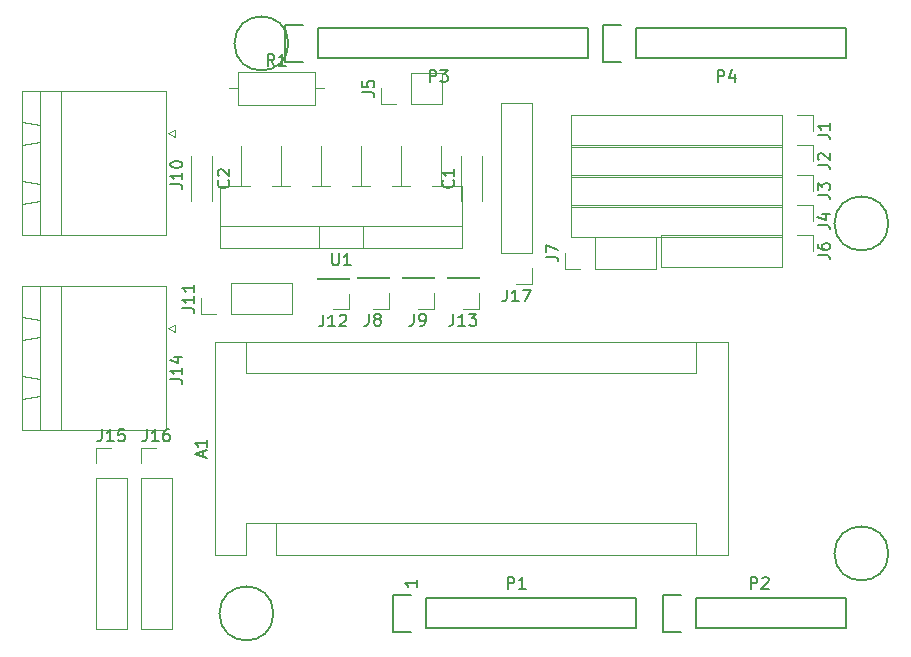
<source format=gbr>
G04 #@! TF.GenerationSoftware,KiCad,Pcbnew,(5.0.0)*
G04 #@! TF.CreationDate,2019-03-29T10:48:20+00:00*
G04 #@! TF.ProjectId,Actuators,4163747561746F72732E6B696361645F,rev?*
G04 #@! TF.SameCoordinates,Original*
G04 #@! TF.FileFunction,Legend,Top*
G04 #@! TF.FilePolarity,Positive*
%FSLAX46Y46*%
G04 Gerber Fmt 4.6, Leading zero omitted, Abs format (unit mm)*
G04 Created by KiCad (PCBNEW (5.0.0)) date 03/29/19 10:48:20*
%MOMM*%
%LPD*%
G01*
G04 APERTURE LIST*
%ADD10C,0.150000*%
%ADD11C,0.120000*%
G04 APERTURE END LIST*
D10*
X139390380Y-120999285D02*
X139390380Y-121570714D01*
X139390380Y-121285000D02*
X138390380Y-121285000D01*
X138533238Y-121380238D01*
X138628476Y-121475476D01*
X138676095Y-121570714D01*
G04 #@! TO.C,P1*
X140208000Y-125095000D02*
X157988000Y-125095000D01*
X157988000Y-125095000D02*
X157988000Y-122555000D01*
X157988000Y-122555000D02*
X140208000Y-122555000D01*
X137388000Y-125375000D02*
X138938000Y-125375000D01*
X140208000Y-125095000D02*
X140208000Y-122555000D01*
X138938000Y-122275000D02*
X137388000Y-122275000D01*
X137388000Y-122275000D02*
X137388000Y-125375000D01*
G04 #@! TO.C,P2*
X163068000Y-125095000D02*
X175768000Y-125095000D01*
X175768000Y-125095000D02*
X175768000Y-122555000D01*
X175768000Y-122555000D02*
X163068000Y-122555000D01*
X160248000Y-125375000D02*
X161798000Y-125375000D01*
X163068000Y-125095000D02*
X163068000Y-122555000D01*
X161798000Y-122275000D02*
X160248000Y-122275000D01*
X160248000Y-122275000D02*
X160248000Y-125375000D01*
G04 #@! TO.C,P3*
X131064000Y-76835000D02*
X153924000Y-76835000D01*
X153924000Y-76835000D02*
X153924000Y-74295000D01*
X153924000Y-74295000D02*
X131064000Y-74295000D01*
X128244000Y-77115000D02*
X129794000Y-77115000D01*
X131064000Y-76835000D02*
X131064000Y-74295000D01*
X129794000Y-74015000D02*
X128244000Y-74015000D01*
X128244000Y-74015000D02*
X128244000Y-77115000D01*
G04 #@! TO.C,P4*
X157988000Y-76835000D02*
X175768000Y-76835000D01*
X175768000Y-76835000D02*
X175768000Y-74295000D01*
X175768000Y-74295000D02*
X157988000Y-74295000D01*
X155168000Y-77115000D02*
X156718000Y-77115000D01*
X157988000Y-76835000D02*
X157988000Y-74295000D01*
X156718000Y-74015000D02*
X155168000Y-74015000D01*
X155168000Y-74015000D02*
X155168000Y-77115000D01*
G04 #@! TO.C,P5*
X127254000Y-123825000D02*
G75*
G03X127254000Y-123825000I-2286000J0D01*
G01*
G04 #@! TO.C,P6*
X179324000Y-118745000D02*
G75*
G03X179324000Y-118745000I-2286000J0D01*
G01*
G04 #@! TO.C,P7*
X128524000Y-75565000D02*
G75*
G03X128524000Y-75565000I-2286000J0D01*
G01*
G04 #@! TO.C,P8*
X179324000Y-90805000D02*
G75*
G03X179324000Y-90805000I-2286000J0D01*
G01*
D11*
G04 #@! TO.C,A1*
X127508000Y-116205000D02*
X124968000Y-116205000D01*
X124968000Y-116205000D02*
X124968000Y-118875000D01*
X127508000Y-118875000D02*
X165738000Y-118875000D01*
X122298000Y-118875000D02*
X124968000Y-118875000D01*
X124968000Y-103505000D02*
X124968000Y-100835000D01*
X124968000Y-103505000D02*
X163068000Y-103505000D01*
X163068000Y-103505000D02*
X163068000Y-100835000D01*
X127508000Y-116205000D02*
X127508000Y-118875000D01*
X127508000Y-116205000D02*
X163068000Y-116205000D01*
X163068000Y-116205000D02*
X163068000Y-118875000D01*
X165738000Y-118875000D02*
X165738000Y-100835000D01*
X165738000Y-100835000D02*
X122298000Y-100835000D01*
X122298000Y-100835000D02*
X122298000Y-118875000D01*
G04 #@! TO.C,C1*
X143098000Y-88915000D02*
X143098000Y-85075000D01*
X144938000Y-88915000D02*
X144938000Y-85075000D01*
G04 #@! TO.C,C2*
X120238000Y-85075000D02*
X120238000Y-88915000D01*
X122078000Y-85075000D02*
X122078000Y-88915000D01*
G04 #@! TO.C,J1*
X172898110Y-81645879D02*
X172898110Y-82975879D01*
X171568110Y-81645879D02*
X172898110Y-81645879D01*
X170298110Y-81645879D02*
X170298110Y-84305879D01*
X170298110Y-84305879D02*
X152458110Y-84305879D01*
X170298110Y-81645879D02*
X152458110Y-81645879D01*
X152458110Y-81645879D02*
X152458110Y-84305879D01*
G04 #@! TO.C,J2*
X152458110Y-84185879D02*
X152458110Y-86845879D01*
X170298110Y-84185879D02*
X152458110Y-84185879D01*
X170298110Y-86845879D02*
X152458110Y-86845879D01*
X170298110Y-84185879D02*
X170298110Y-86845879D01*
X171568110Y-84185879D02*
X172898110Y-84185879D01*
X172898110Y-84185879D02*
X172898110Y-85515879D01*
G04 #@! TO.C,J3*
X172898110Y-86725879D02*
X172898110Y-88055879D01*
X171568110Y-86725879D02*
X172898110Y-86725879D01*
X170298110Y-86725879D02*
X170298110Y-89385879D01*
X170298110Y-89385879D02*
X152458110Y-89385879D01*
X170298110Y-86725879D02*
X152458110Y-86725879D01*
X152458110Y-86725879D02*
X152458110Y-89385879D01*
G04 #@! TO.C,J4*
X152458110Y-89265879D02*
X152458110Y-91925879D01*
X170298110Y-89265879D02*
X152458110Y-89265879D01*
X170298110Y-91925879D02*
X152458110Y-91925879D01*
X170298110Y-89265879D02*
X170298110Y-91925879D01*
X171568110Y-89265879D02*
X172898110Y-89265879D01*
X172898110Y-89265879D02*
X172898110Y-90595879D01*
G04 #@! TO.C,J5*
X141538000Y-80705000D02*
X141538000Y-78045000D01*
X138938000Y-80705000D02*
X141538000Y-80705000D01*
X138938000Y-78045000D02*
X141538000Y-78045000D01*
X138938000Y-80705000D02*
X138938000Y-78045000D01*
X137668000Y-80705000D02*
X136338000Y-80705000D01*
X136338000Y-80705000D02*
X136338000Y-79375000D01*
G04 #@! TO.C,J6*
X160078110Y-91805879D02*
X160078110Y-94465879D01*
X170298110Y-91805879D02*
X160078110Y-91805879D01*
X170298110Y-94465879D02*
X160078110Y-94465879D01*
X170298110Y-91805879D02*
X170298110Y-94465879D01*
X171568110Y-91805879D02*
X172898110Y-91805879D01*
X172898110Y-91805879D02*
X172898110Y-93135879D01*
G04 #@! TO.C,J7*
X151912951Y-94636705D02*
X151912951Y-93306705D01*
X153242951Y-94636705D02*
X151912951Y-94636705D01*
X154512951Y-94636705D02*
X154512951Y-91976705D01*
X154512951Y-91976705D02*
X159652951Y-91976705D01*
X154512951Y-94636705D02*
X159652951Y-94636705D01*
X159652951Y-94636705D02*
X159652951Y-91976705D01*
G04 #@! TO.C,J8*
X137002089Y-98006230D02*
X135672089Y-98006230D01*
X137002089Y-96676230D02*
X137002089Y-98006230D01*
X137002089Y-95406230D02*
X134342089Y-95406230D01*
X134342089Y-95406230D02*
X134342089Y-95346230D01*
X137002089Y-95406230D02*
X137002089Y-95346230D01*
X137002089Y-95346230D02*
X134342089Y-95346230D01*
G04 #@! TO.C,J9*
X140812089Y-98006230D02*
X139482089Y-98006230D01*
X140812089Y-96676230D02*
X140812089Y-98006230D01*
X140812089Y-95406230D02*
X138152089Y-95406230D01*
X138152089Y-95406230D02*
X138152089Y-95346230D01*
X140812089Y-95406230D02*
X140812089Y-95346230D01*
X140812089Y-95346230D02*
X138152089Y-95346230D01*
G04 #@! TO.C,J10*
X118158000Y-79605000D02*
X105998000Y-79605000D01*
X105998000Y-79605000D02*
X105998000Y-91765000D01*
X105998000Y-91765000D02*
X118158000Y-91765000D01*
X118158000Y-91765000D02*
X118158000Y-79605000D01*
X107498000Y-79605000D02*
X109298000Y-79605000D01*
X109298000Y-79605000D02*
X109298000Y-91765000D01*
X109298000Y-91765000D02*
X107498000Y-91765000D01*
X107498000Y-91765000D02*
X107498000Y-79605000D01*
X105998000Y-82185000D02*
X105998000Y-84185000D01*
X105998000Y-84185000D02*
X107498000Y-83935000D01*
X107498000Y-83935000D02*
X107498000Y-82435000D01*
X107498000Y-82435000D02*
X105998000Y-82185000D01*
X105998000Y-87185000D02*
X105998000Y-89185000D01*
X105998000Y-89185000D02*
X107498000Y-88935000D01*
X107498000Y-88935000D02*
X107498000Y-87435000D01*
X107498000Y-87435000D02*
X105998000Y-87185000D01*
X118958000Y-83485000D02*
X118358000Y-83185000D01*
X118358000Y-83185000D02*
X118958000Y-82885000D01*
X118958000Y-82885000D02*
X118958000Y-83485000D01*
G04 #@! TO.C,J11*
X128838000Y-98485000D02*
X128838000Y-95825000D01*
X123698000Y-98485000D02*
X128838000Y-98485000D01*
X123698000Y-95825000D02*
X128838000Y-95825000D01*
X123698000Y-98485000D02*
X123698000Y-95825000D01*
X122428000Y-98485000D02*
X121098000Y-98485000D01*
X121098000Y-98485000D02*
X121098000Y-97155000D01*
G04 #@! TO.C,J12*
X133608338Y-95413569D02*
X130948338Y-95413569D01*
X133608338Y-95473569D02*
X133608338Y-95413569D01*
X130948338Y-95473569D02*
X130948338Y-95413569D01*
X133608338Y-95473569D02*
X130948338Y-95473569D01*
X133608338Y-96743569D02*
X133608338Y-98073569D01*
X133608338Y-98073569D02*
X132278338Y-98073569D01*
G04 #@! TO.C,J13*
X144622089Y-95346230D02*
X141962089Y-95346230D01*
X144622089Y-95406230D02*
X144622089Y-95346230D01*
X141962089Y-95406230D02*
X141962089Y-95346230D01*
X144622089Y-95406230D02*
X141962089Y-95406230D01*
X144622089Y-96676230D02*
X144622089Y-98006230D01*
X144622089Y-98006230D02*
X143292089Y-98006230D01*
G04 #@! TO.C,J14*
X118958000Y-99395000D02*
X118958000Y-99995000D01*
X118358000Y-99695000D02*
X118958000Y-99395000D01*
X118958000Y-99995000D02*
X118358000Y-99695000D01*
X107498000Y-103945000D02*
X105998000Y-103695000D01*
X107498000Y-105445000D02*
X107498000Y-103945000D01*
X105998000Y-105695000D02*
X107498000Y-105445000D01*
X105998000Y-103695000D02*
X105998000Y-105695000D01*
X107498000Y-98945000D02*
X105998000Y-98695000D01*
X107498000Y-100445000D02*
X107498000Y-98945000D01*
X105998000Y-100695000D02*
X107498000Y-100445000D01*
X105998000Y-98695000D02*
X105998000Y-100695000D01*
X107498000Y-108275000D02*
X107498000Y-96115000D01*
X109298000Y-108275000D02*
X107498000Y-108275000D01*
X109298000Y-96115000D02*
X109298000Y-108275000D01*
X107498000Y-96115000D02*
X109298000Y-96115000D01*
X118158000Y-108275000D02*
X118158000Y-96115000D01*
X105998000Y-108275000D02*
X118158000Y-108275000D01*
X105998000Y-96115000D02*
X105998000Y-108275000D01*
X118158000Y-96115000D02*
X105998000Y-96115000D01*
G04 #@! TO.C,J15*
X112208000Y-125155000D02*
X114868000Y-125155000D01*
X112208000Y-112395000D02*
X112208000Y-125155000D01*
X114868000Y-112395000D02*
X114868000Y-125155000D01*
X112208000Y-112395000D02*
X114868000Y-112395000D01*
X112208000Y-111125000D02*
X112208000Y-109795000D01*
X112208000Y-109795000D02*
X113538000Y-109795000D01*
G04 #@! TO.C,J16*
X116018000Y-109795000D02*
X117348000Y-109795000D01*
X116018000Y-111125000D02*
X116018000Y-109795000D01*
X116018000Y-112395000D02*
X118678000Y-112395000D01*
X118678000Y-112395000D02*
X118678000Y-125155000D01*
X116018000Y-112395000D02*
X116018000Y-125155000D01*
X116018000Y-125155000D02*
X118678000Y-125155000D01*
G04 #@! TO.C,J17*
X149158000Y-80585000D02*
X146498000Y-80585000D01*
X149158000Y-93345000D02*
X149158000Y-80585000D01*
X146498000Y-93345000D02*
X146498000Y-80585000D01*
X149158000Y-93345000D02*
X146498000Y-93345000D01*
X149158000Y-94615000D02*
X149158000Y-95945000D01*
X149158000Y-95945000D02*
X147828000Y-95945000D01*
G04 #@! TO.C,R1*
X124238000Y-78005000D02*
X124238000Y-80745000D01*
X124238000Y-80745000D02*
X130778000Y-80745000D01*
X130778000Y-80745000D02*
X130778000Y-78005000D01*
X130778000Y-78005000D02*
X124238000Y-78005000D01*
X123468000Y-79375000D02*
X124238000Y-79375000D01*
X131548000Y-79375000D02*
X130778000Y-79375000D01*
G04 #@! TO.C,U1*
X143198000Y-92885000D02*
X122758000Y-92885000D01*
X143198000Y-87644000D02*
X140702000Y-87644000D01*
X138853000Y-87644000D02*
X137302000Y-87644000D01*
X135453000Y-87644000D02*
X133902000Y-87644000D01*
X132053000Y-87644000D02*
X130502000Y-87644000D01*
X128653000Y-87644000D02*
X127102000Y-87644000D01*
X125253000Y-87644000D02*
X122758000Y-87644000D01*
X143198000Y-92885000D02*
X143198000Y-87644000D01*
X122758000Y-92885000D02*
X122758000Y-87644000D01*
X143198000Y-91045000D02*
X122758000Y-91045000D01*
X134828000Y-92885000D02*
X134828000Y-91045000D01*
X131128000Y-92885000D02*
X131128000Y-91045000D01*
X141478000Y-87644000D02*
X141478000Y-84235000D01*
X138078000Y-87644000D02*
X138078000Y-84250000D01*
X134678000Y-87644000D02*
X134678000Y-84250000D01*
X131278000Y-87644000D02*
X131278000Y-84250000D01*
X127878000Y-87644000D02*
X127878000Y-84250000D01*
X124478000Y-87644000D02*
X124478000Y-84250000D01*
G04 #@! TO.C,P1*
D10*
X147089904Y-121737380D02*
X147089904Y-120737380D01*
X147470857Y-120737380D01*
X147566095Y-120785000D01*
X147613714Y-120832619D01*
X147661333Y-120927857D01*
X147661333Y-121070714D01*
X147613714Y-121165952D01*
X147566095Y-121213571D01*
X147470857Y-121261190D01*
X147089904Y-121261190D01*
X148613714Y-121737380D02*
X148042285Y-121737380D01*
X148328000Y-121737380D02*
X148328000Y-120737380D01*
X148232761Y-120880238D01*
X148137523Y-120975476D01*
X148042285Y-121023095D01*
G04 #@! TO.C,P2*
X167663904Y-121737380D02*
X167663904Y-120737380D01*
X168044857Y-120737380D01*
X168140095Y-120785000D01*
X168187714Y-120832619D01*
X168235333Y-120927857D01*
X168235333Y-121070714D01*
X168187714Y-121165952D01*
X168140095Y-121213571D01*
X168044857Y-121261190D01*
X167663904Y-121261190D01*
X168616285Y-120832619D02*
X168663904Y-120785000D01*
X168759142Y-120737380D01*
X168997238Y-120737380D01*
X169092476Y-120785000D01*
X169140095Y-120832619D01*
X169187714Y-120927857D01*
X169187714Y-121023095D01*
X169140095Y-121165952D01*
X168568666Y-121737380D01*
X169187714Y-121737380D01*
G04 #@! TO.C,P3*
X140485904Y-78811380D02*
X140485904Y-77811380D01*
X140866857Y-77811380D01*
X140962095Y-77859000D01*
X141009714Y-77906619D01*
X141057333Y-78001857D01*
X141057333Y-78144714D01*
X141009714Y-78239952D01*
X140962095Y-78287571D01*
X140866857Y-78335190D01*
X140485904Y-78335190D01*
X141390666Y-77811380D02*
X142009714Y-77811380D01*
X141676380Y-78192333D01*
X141819238Y-78192333D01*
X141914476Y-78239952D01*
X141962095Y-78287571D01*
X142009714Y-78382809D01*
X142009714Y-78620904D01*
X141962095Y-78716142D01*
X141914476Y-78763761D01*
X141819238Y-78811380D01*
X141533523Y-78811380D01*
X141438285Y-78763761D01*
X141390666Y-78716142D01*
G04 #@! TO.C,P4*
X164869904Y-78811380D02*
X164869904Y-77811380D01*
X165250857Y-77811380D01*
X165346095Y-77859000D01*
X165393714Y-77906619D01*
X165441333Y-78001857D01*
X165441333Y-78144714D01*
X165393714Y-78239952D01*
X165346095Y-78287571D01*
X165250857Y-78335190D01*
X164869904Y-78335190D01*
X166298476Y-78144714D02*
X166298476Y-78811380D01*
X166060380Y-77763761D02*
X165822285Y-78478047D01*
X166441333Y-78478047D01*
G04 #@! TO.C,A1*
X121324666Y-110569285D02*
X121324666Y-110093095D01*
X121610380Y-110664523D02*
X120610380Y-110331190D01*
X121610380Y-109997857D01*
X121610380Y-109140714D02*
X121610380Y-109712142D01*
X121610380Y-109426428D02*
X120610380Y-109426428D01*
X120753238Y-109521666D01*
X120848476Y-109616904D01*
X120896095Y-109712142D01*
G04 #@! TO.C,C1*
X142455142Y-87161666D02*
X142502761Y-87209285D01*
X142550380Y-87352142D01*
X142550380Y-87447380D01*
X142502761Y-87590238D01*
X142407523Y-87685476D01*
X142312285Y-87733095D01*
X142121809Y-87780714D01*
X141978952Y-87780714D01*
X141788476Y-87733095D01*
X141693238Y-87685476D01*
X141598000Y-87590238D01*
X141550380Y-87447380D01*
X141550380Y-87352142D01*
X141598000Y-87209285D01*
X141645619Y-87161666D01*
X142550380Y-86209285D02*
X142550380Y-86780714D01*
X142550380Y-86495000D02*
X141550380Y-86495000D01*
X141693238Y-86590238D01*
X141788476Y-86685476D01*
X141836095Y-86780714D01*
G04 #@! TO.C,C2*
X123435142Y-87161666D02*
X123482761Y-87209285D01*
X123530380Y-87352142D01*
X123530380Y-87447380D01*
X123482761Y-87590238D01*
X123387523Y-87685476D01*
X123292285Y-87733095D01*
X123101809Y-87780714D01*
X122958952Y-87780714D01*
X122768476Y-87733095D01*
X122673238Y-87685476D01*
X122578000Y-87590238D01*
X122530380Y-87447380D01*
X122530380Y-87352142D01*
X122578000Y-87209285D01*
X122625619Y-87161666D01*
X122625619Y-86780714D02*
X122578000Y-86733095D01*
X122530380Y-86637857D01*
X122530380Y-86399761D01*
X122578000Y-86304523D01*
X122625619Y-86256904D01*
X122720857Y-86209285D01*
X122816095Y-86209285D01*
X122958952Y-86256904D01*
X123530380Y-86828333D01*
X123530380Y-86209285D01*
G04 #@! TO.C,J1*
X173350490Y-83309212D02*
X174064776Y-83309212D01*
X174207633Y-83356831D01*
X174302871Y-83452069D01*
X174350490Y-83594926D01*
X174350490Y-83690164D01*
X174350490Y-82309212D02*
X174350490Y-82880640D01*
X174350490Y-82594926D02*
X173350490Y-82594926D01*
X173493348Y-82690164D01*
X173588586Y-82785402D01*
X173636205Y-82880640D01*
G04 #@! TO.C,J2*
X173350490Y-85849212D02*
X174064776Y-85849212D01*
X174207633Y-85896831D01*
X174302871Y-85992069D01*
X174350490Y-86134926D01*
X174350490Y-86230164D01*
X173445729Y-85420640D02*
X173398110Y-85373021D01*
X173350490Y-85277783D01*
X173350490Y-85039688D01*
X173398110Y-84944450D01*
X173445729Y-84896831D01*
X173540967Y-84849212D01*
X173636205Y-84849212D01*
X173779062Y-84896831D01*
X174350490Y-85468259D01*
X174350490Y-84849212D01*
G04 #@! TO.C,J3*
X173350490Y-88389212D02*
X174064776Y-88389212D01*
X174207633Y-88436831D01*
X174302871Y-88532069D01*
X174350490Y-88674926D01*
X174350490Y-88770164D01*
X173350490Y-88008259D02*
X173350490Y-87389212D01*
X173731443Y-87722545D01*
X173731443Y-87579688D01*
X173779062Y-87484450D01*
X173826681Y-87436831D01*
X173921919Y-87389212D01*
X174160014Y-87389212D01*
X174255252Y-87436831D01*
X174302871Y-87484450D01*
X174350490Y-87579688D01*
X174350490Y-87865402D01*
X174302871Y-87960640D01*
X174255252Y-88008259D01*
G04 #@! TO.C,J4*
X173350490Y-90929212D02*
X174064776Y-90929212D01*
X174207633Y-90976831D01*
X174302871Y-91072069D01*
X174350490Y-91214926D01*
X174350490Y-91310164D01*
X173683824Y-90024450D02*
X174350490Y-90024450D01*
X173302871Y-90262545D02*
X174017157Y-90500640D01*
X174017157Y-89881593D01*
G04 #@! TO.C,J5*
X134790380Y-79708333D02*
X135504666Y-79708333D01*
X135647523Y-79755952D01*
X135742761Y-79851190D01*
X135790380Y-79994047D01*
X135790380Y-80089285D01*
X134790380Y-78755952D02*
X134790380Y-79232142D01*
X135266571Y-79279761D01*
X135218952Y-79232142D01*
X135171333Y-79136904D01*
X135171333Y-78898809D01*
X135218952Y-78803571D01*
X135266571Y-78755952D01*
X135361809Y-78708333D01*
X135599904Y-78708333D01*
X135695142Y-78755952D01*
X135742761Y-78803571D01*
X135790380Y-78898809D01*
X135790380Y-79136904D01*
X135742761Y-79232142D01*
X135695142Y-79279761D01*
G04 #@! TO.C,J6*
X173350490Y-93469212D02*
X174064776Y-93469212D01*
X174207633Y-93516831D01*
X174302871Y-93612069D01*
X174350490Y-93754926D01*
X174350490Y-93850164D01*
X173350490Y-92564450D02*
X173350490Y-92754926D01*
X173398110Y-92850164D01*
X173445729Y-92897783D01*
X173588586Y-92993021D01*
X173779062Y-93040640D01*
X174160014Y-93040640D01*
X174255252Y-92993021D01*
X174302871Y-92945402D01*
X174350490Y-92850164D01*
X174350490Y-92659688D01*
X174302871Y-92564450D01*
X174255252Y-92516831D01*
X174160014Y-92469212D01*
X173921919Y-92469212D01*
X173826681Y-92516831D01*
X173779062Y-92564450D01*
X173731443Y-92659688D01*
X173731443Y-92850164D01*
X173779062Y-92945402D01*
X173826681Y-92993021D01*
X173921919Y-93040640D01*
G04 #@! TO.C,J7*
X150365331Y-93640038D02*
X151079617Y-93640038D01*
X151222474Y-93687657D01*
X151317712Y-93782895D01*
X151365331Y-93925752D01*
X151365331Y-94020990D01*
X150365331Y-93259085D02*
X150365331Y-92592419D01*
X151365331Y-93020990D01*
G04 #@! TO.C,J8*
X135338755Y-98458610D02*
X135338755Y-99172896D01*
X135291136Y-99315753D01*
X135195898Y-99410991D01*
X135053041Y-99458610D01*
X134957803Y-99458610D01*
X135957803Y-98887182D02*
X135862565Y-98839563D01*
X135814946Y-98791944D01*
X135767327Y-98696706D01*
X135767327Y-98649087D01*
X135814946Y-98553849D01*
X135862565Y-98506230D01*
X135957803Y-98458610D01*
X136148279Y-98458610D01*
X136243517Y-98506230D01*
X136291136Y-98553849D01*
X136338755Y-98649087D01*
X136338755Y-98696706D01*
X136291136Y-98791944D01*
X136243517Y-98839563D01*
X136148279Y-98887182D01*
X135957803Y-98887182D01*
X135862565Y-98934801D01*
X135814946Y-98982420D01*
X135767327Y-99077658D01*
X135767327Y-99268134D01*
X135814946Y-99363372D01*
X135862565Y-99410991D01*
X135957803Y-99458610D01*
X136148279Y-99458610D01*
X136243517Y-99410991D01*
X136291136Y-99363372D01*
X136338755Y-99268134D01*
X136338755Y-99077658D01*
X136291136Y-98982420D01*
X136243517Y-98934801D01*
X136148279Y-98887182D01*
G04 #@! TO.C,J9*
X139148755Y-98458610D02*
X139148755Y-99172896D01*
X139101136Y-99315753D01*
X139005898Y-99410991D01*
X138863041Y-99458610D01*
X138767803Y-99458610D01*
X139672565Y-99458610D02*
X139863041Y-99458610D01*
X139958279Y-99410991D01*
X140005898Y-99363372D01*
X140101136Y-99220515D01*
X140148755Y-99030039D01*
X140148755Y-98649087D01*
X140101136Y-98553849D01*
X140053517Y-98506230D01*
X139958279Y-98458610D01*
X139767803Y-98458610D01*
X139672565Y-98506230D01*
X139624946Y-98553849D01*
X139577327Y-98649087D01*
X139577327Y-98887182D01*
X139624946Y-98982420D01*
X139672565Y-99030039D01*
X139767803Y-99077658D01*
X139958279Y-99077658D01*
X140053517Y-99030039D01*
X140101136Y-98982420D01*
X140148755Y-98887182D01*
G04 #@! TO.C,J10*
X118530380Y-87494523D02*
X119244666Y-87494523D01*
X119387523Y-87542142D01*
X119482761Y-87637380D01*
X119530380Y-87780238D01*
X119530380Y-87875476D01*
X119530380Y-86494523D02*
X119530380Y-87065952D01*
X119530380Y-86780238D02*
X118530380Y-86780238D01*
X118673238Y-86875476D01*
X118768476Y-86970714D01*
X118816095Y-87065952D01*
X118530380Y-85875476D02*
X118530380Y-85780238D01*
X118578000Y-85685000D01*
X118625619Y-85637380D01*
X118720857Y-85589761D01*
X118911333Y-85542142D01*
X119149428Y-85542142D01*
X119339904Y-85589761D01*
X119435142Y-85637380D01*
X119482761Y-85685000D01*
X119530380Y-85780238D01*
X119530380Y-85875476D01*
X119482761Y-85970714D01*
X119435142Y-86018333D01*
X119339904Y-86065952D01*
X119149428Y-86113571D01*
X118911333Y-86113571D01*
X118720857Y-86065952D01*
X118625619Y-86018333D01*
X118578000Y-85970714D01*
X118530380Y-85875476D01*
G04 #@! TO.C,J11*
X119550380Y-97964523D02*
X120264666Y-97964523D01*
X120407523Y-98012142D01*
X120502761Y-98107380D01*
X120550380Y-98250238D01*
X120550380Y-98345476D01*
X120550380Y-96964523D02*
X120550380Y-97535952D01*
X120550380Y-97250238D02*
X119550380Y-97250238D01*
X119693238Y-97345476D01*
X119788476Y-97440714D01*
X119836095Y-97535952D01*
X120550380Y-96012142D02*
X120550380Y-96583571D01*
X120550380Y-96297857D02*
X119550380Y-96297857D01*
X119693238Y-96393095D01*
X119788476Y-96488333D01*
X119836095Y-96583571D01*
G04 #@! TO.C,J12*
X131468814Y-98525949D02*
X131468814Y-99240235D01*
X131421195Y-99383092D01*
X131325957Y-99478330D01*
X131183099Y-99525949D01*
X131087861Y-99525949D01*
X132468814Y-99525949D02*
X131897385Y-99525949D01*
X132183099Y-99525949D02*
X132183099Y-98525949D01*
X132087861Y-98668807D01*
X131992623Y-98764045D01*
X131897385Y-98811664D01*
X132849766Y-98621188D02*
X132897385Y-98573569D01*
X132992623Y-98525949D01*
X133230718Y-98525949D01*
X133325957Y-98573569D01*
X133373576Y-98621188D01*
X133421195Y-98716426D01*
X133421195Y-98811664D01*
X133373576Y-98954521D01*
X132802147Y-99525949D01*
X133421195Y-99525949D01*
G04 #@! TO.C,J13*
X142482565Y-98458610D02*
X142482565Y-99172896D01*
X142434946Y-99315753D01*
X142339708Y-99410991D01*
X142196850Y-99458610D01*
X142101612Y-99458610D01*
X143482565Y-99458610D02*
X142911136Y-99458610D01*
X143196850Y-99458610D02*
X143196850Y-98458610D01*
X143101612Y-98601468D01*
X143006374Y-98696706D01*
X142911136Y-98744325D01*
X143815898Y-98458610D02*
X144434946Y-98458610D01*
X144101612Y-98839563D01*
X144244469Y-98839563D01*
X144339708Y-98887182D01*
X144387327Y-98934801D01*
X144434946Y-99030039D01*
X144434946Y-99268134D01*
X144387327Y-99363372D01*
X144339708Y-99410991D01*
X144244469Y-99458610D01*
X143958755Y-99458610D01*
X143863517Y-99410991D01*
X143815898Y-99363372D01*
G04 #@! TO.C,J14*
X118530380Y-104004523D02*
X119244666Y-104004523D01*
X119387523Y-104052142D01*
X119482761Y-104147380D01*
X119530380Y-104290238D01*
X119530380Y-104385476D01*
X119530380Y-103004523D02*
X119530380Y-103575952D01*
X119530380Y-103290238D02*
X118530380Y-103290238D01*
X118673238Y-103385476D01*
X118768476Y-103480714D01*
X118816095Y-103575952D01*
X118863714Y-102147380D02*
X119530380Y-102147380D01*
X118482761Y-102385476D02*
X119197047Y-102623571D01*
X119197047Y-102004523D01*
G04 #@! TO.C,J15*
X112728476Y-108247380D02*
X112728476Y-108961666D01*
X112680857Y-109104523D01*
X112585619Y-109199761D01*
X112442761Y-109247380D01*
X112347523Y-109247380D01*
X113728476Y-109247380D02*
X113157047Y-109247380D01*
X113442761Y-109247380D02*
X113442761Y-108247380D01*
X113347523Y-108390238D01*
X113252285Y-108485476D01*
X113157047Y-108533095D01*
X114633238Y-108247380D02*
X114157047Y-108247380D01*
X114109428Y-108723571D01*
X114157047Y-108675952D01*
X114252285Y-108628333D01*
X114490380Y-108628333D01*
X114585619Y-108675952D01*
X114633238Y-108723571D01*
X114680857Y-108818809D01*
X114680857Y-109056904D01*
X114633238Y-109152142D01*
X114585619Y-109199761D01*
X114490380Y-109247380D01*
X114252285Y-109247380D01*
X114157047Y-109199761D01*
X114109428Y-109152142D01*
G04 #@! TO.C,J16*
X116538476Y-108247380D02*
X116538476Y-108961666D01*
X116490857Y-109104523D01*
X116395619Y-109199761D01*
X116252761Y-109247380D01*
X116157523Y-109247380D01*
X117538476Y-109247380D02*
X116967047Y-109247380D01*
X117252761Y-109247380D02*
X117252761Y-108247380D01*
X117157523Y-108390238D01*
X117062285Y-108485476D01*
X116967047Y-108533095D01*
X118395619Y-108247380D02*
X118205142Y-108247380D01*
X118109904Y-108295000D01*
X118062285Y-108342619D01*
X117967047Y-108485476D01*
X117919428Y-108675952D01*
X117919428Y-109056904D01*
X117967047Y-109152142D01*
X118014666Y-109199761D01*
X118109904Y-109247380D01*
X118300380Y-109247380D01*
X118395619Y-109199761D01*
X118443238Y-109152142D01*
X118490857Y-109056904D01*
X118490857Y-108818809D01*
X118443238Y-108723571D01*
X118395619Y-108675952D01*
X118300380Y-108628333D01*
X118109904Y-108628333D01*
X118014666Y-108675952D01*
X117967047Y-108723571D01*
X117919428Y-108818809D01*
G04 #@! TO.C,J17*
X147018476Y-96397380D02*
X147018476Y-97111666D01*
X146970857Y-97254523D01*
X146875619Y-97349761D01*
X146732761Y-97397380D01*
X146637523Y-97397380D01*
X148018476Y-97397380D02*
X147447047Y-97397380D01*
X147732761Y-97397380D02*
X147732761Y-96397380D01*
X147637523Y-96540238D01*
X147542285Y-96635476D01*
X147447047Y-96683095D01*
X148351809Y-96397380D02*
X149018476Y-96397380D01*
X148589904Y-97397380D01*
G04 #@! TO.C,R1*
X127341333Y-77457380D02*
X127008000Y-76981190D01*
X126769904Y-77457380D02*
X126769904Y-76457380D01*
X127150857Y-76457380D01*
X127246095Y-76505000D01*
X127293714Y-76552619D01*
X127341333Y-76647857D01*
X127341333Y-76790714D01*
X127293714Y-76885952D01*
X127246095Y-76933571D01*
X127150857Y-76981190D01*
X126769904Y-76981190D01*
X128293714Y-77457380D02*
X127722285Y-77457380D01*
X128008000Y-77457380D02*
X128008000Y-76457380D01*
X127912761Y-76600238D01*
X127817523Y-76695476D01*
X127722285Y-76743095D01*
G04 #@! TO.C,U1*
X132216095Y-93337380D02*
X132216095Y-94146904D01*
X132263714Y-94242142D01*
X132311333Y-94289761D01*
X132406571Y-94337380D01*
X132597047Y-94337380D01*
X132692285Y-94289761D01*
X132739904Y-94242142D01*
X132787523Y-94146904D01*
X132787523Y-93337380D01*
X133787523Y-94337380D02*
X133216095Y-94337380D01*
X133501809Y-94337380D02*
X133501809Y-93337380D01*
X133406571Y-93480238D01*
X133311333Y-93575476D01*
X133216095Y-93623095D01*
G04 #@! TD*
M02*

</source>
